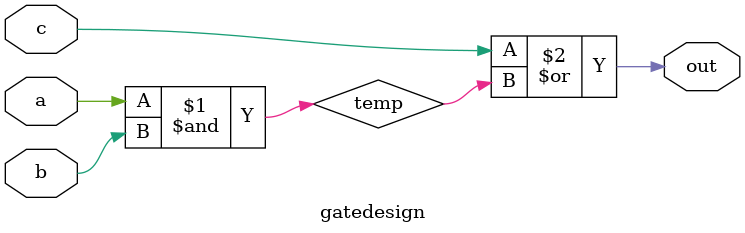
<source format=v>
/* 
 And then and or gate
*/
module gatedesign
(
 a,
 b,
 c,
 out
 );

	input a;
	input b;
	input c;

	output out;

	wire temp;

   assign temp = a & b;
   assign out = c | temp ;
 
endmodule // and_or_gate_system
</source>
